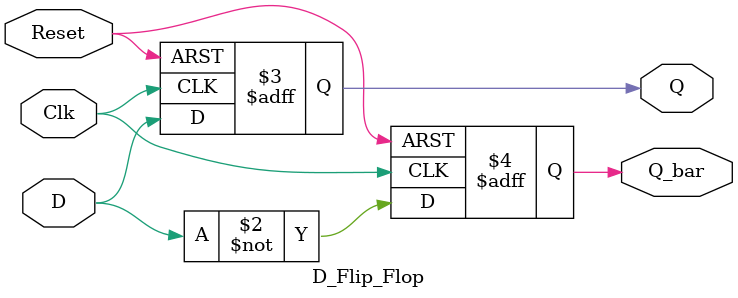
<source format=v>
`timescale 1ns / 1ps


module D_Flip_Flop(
    input D,
    input Clk,
    input Reset,
    output Q,
    output Q_bar
    );
    reg Q,Q_bar;
    always @(posedge Clk or posedge Reset)
    begin
    if(Reset)
    begin
    Q<=0;
    Q_bar<=1;
    end
    else begin
    Q<=D;
    Q_bar<= ~D;
    end
end
endmodule

</source>
